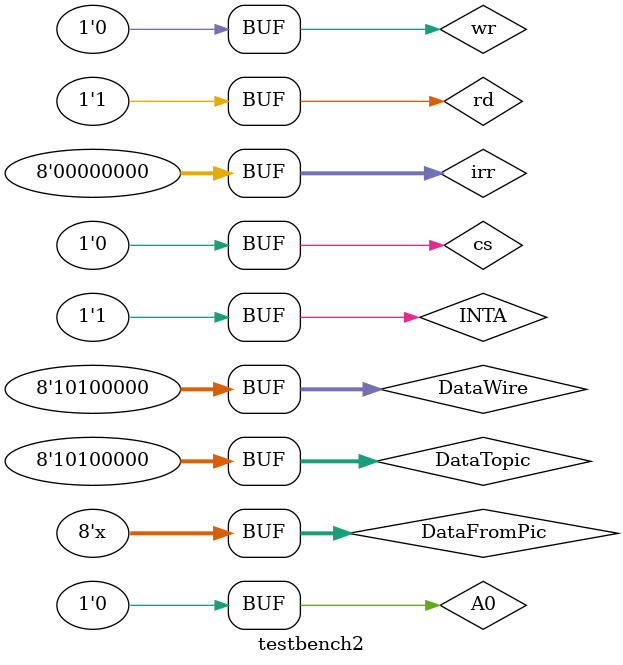
<source format=v>


 /*
   #################################################################################
   TEST 1 no icw3(no casc) , automatic ,fully  nested , skip ocw2 ,read mask ,read irr
   ###################################################################################
   */
module testbench1();
   reg [7:0] DataTopic,DataFromPic,irr;
   reg rd ,wr,A0,cs,En,INTA;
   wire INT;
   wire[7:0]DataWire;

   always @(DataWire)begin
      if(wr ==1)
      DataFromPic = DataWire;
   end

   assign DataWire = (wr ==0 && cs ==0)? DataTopic : 'bzzzzzzzz;

  
    initial begin
         $monitor("INOUT: DataWire:%b\nINPUT:    DataIn:%b ,irr:%b ,rd:%b,wr:%b ,cs:%b, A0:%b \nOUTPUT:    DataOut:%b ,INT:%b\n",DataWire,DataTopic,irr,rd, wr,cs, A0,DataFromPic , INT);
        INTA = 1 ; 
        irr= 0;
        wr<=1 ;
        cs <=1;
        rd <=1;
        // sendtopiccc = 'b10;
        
        #100//send icw1 (no icw3 bas fih icw4 )
        $display("\nsend icw1 with level sensing mode &single mode:");
        DataTopic <= 'b0000011011;
        wr<=0 ;
        cs <=0;
        A0 <=0;

        //icw2 for the data vector and will concatenate 01010 with the number of 
        
        #100   
        
        wr=1 ;
        cs =1;
    
        #100
        $display("\nsend icw2(for the data vector and will concatenate 01110 with the number of bit)");
        wr<=0 ;
        cs <=0;
        A0 <=1;
        DataTopic <= 'b01110101;

        #100
         wr<=1 ;
        cs <=1;
       

         #100 //icw4 (auto)
        $display("\nsend icw4 with automatic mode:");
        DataTopic <= 'b00000010;
        wr<=0 ;
        cs <=0;
        A0 <=1;
        
        #100   
        wr<=1 ;
        cs <=1;

        #100  //ocw1 set mask  (bit 1,6,7 ignored)
        $display("\nSend ocw1 to set mask :(ignoring irr[1]&irr[6]&irr[7])");
        wr<=0 ;
        cs <=0;
        A0 <=1;
        DataTopic <= 'b11000010;

         #100
         wr<=1 ;
        cs <=1;

 
        
        #100  //ocw3 
        $display("\n OCW3 : to read irr when read signal comes:");
        wr<=0 ;
        cs <=0;
        A0 <=0;
        DataTopic <= 'b00001010;
        

         #100
         $display("\nsend impulses from i/o devices :");
         wr<=1 ;
         cs <=1;
         irr <= 'b10010110;
        #100
        irr <= 0;

        #100
        $display("\nsend read signal with A0 = 0 & RR_RIS = 10 .so it will send the irr to the cpu");
         cs <=0;
         rd<=0;

         #100
         cs <=1;
         rd<=1;

        //impulse1
         #100
         $display("\nimpulse 1 came:");
         INTA = 0;
         #100
         INTA = 1 ;


         
        #100
        $display("\nsend read signal with A0 = 0 & RR_RIS = 10 .so it will send the irr to the cpu after sending impulse1 and updating inner irr reg : ");
         cs <=0;
         rd<=0;

         #100
         cs <=1;
         rd<=1;
       
        //impulse 2
         #100
        $display("\nimpulse 2 came: so the vector of service routiene should be sent as an output  ");
         INTA = 0;
         #100
         INTA = 1 ;

          //impulse1
         #100
         $display("\nimpulse 1 came:");
         INTA = 0;
         #100
         INTA = 1 ;


         
        #100
        $display("\nsend read signal with A0 = 0 & RR_RIS = 10 .so it will send the IRR register after being updated to the cpu ");
         cs <=0;
         rd<=0;

         #100
         cs <=1;
         rd<=1;
       
        //impulse 2
         #100
        $display("\nimpulse 2 came: so the vector of service routiene should be sent as an output  ");
         INTA = 0;
         #100
         INTA = 1 ;
         

        #100 
        $display("send read signal to show the mask "); 
        A0<=1;
        cs <=0;
        rd<=0;
         
     end
   
   PIC pic1(,,DataWire,rd ,wr,A0,cs,En,INTA,irr,INT);

 
endmodule

/*
   #################################################################################
   TEST 2 no icw1(no casc , no icw3 ,no icw4) , not auto  ,rotational ,read isr
   ###################################################################################
   */
module testbench2();
   reg [7:0] DataTopic,DataFromPic,irr;
   reg rd ,wr,A0,cs,En,INTA;
   wire INT;
   wire[7:0]DataWire;

   always @(DataWire)begin
      if(wr ==1)
      DataFromPic = DataWire;
   end

   assign DataWire = (wr ==0 && cs ==0)? DataTopic : 'bzzzzzzzz;

    
   initial begin 
     $monitor("INOUT: DataWire:%b\nINPUT:    DataIn:%b ,irr:%b ,rd:%b,wr:%b ,cs:%b, A0:%b \nOUTPUT:    DataOut:%b ,INT:%b\n",DataWire,DataTopic,irr,rd, wr,cs, A0,DataFromPic,INT);
        INTA = 1 ; 
        irr= 0;
        wr<=1 ;
        cs <=1;
        rd <=1;
        
        #100//send icw1 (no icw3 bas fih icw4 )
        $display("\nsend icw1 with level sensing mode &single mode:");
        DataTopic <= 'b0000011010;
        wr<=0 ;
        cs <=0;
        A0 <=0;

          //icw2 for the data vector and will concatenate 01010 with the number of 
        
        #100   
        
        wr=1 ;
        cs =1;

        #100
        $display("\nsend icw2(for the data vector and will concatenate 01110 with the number of bit)");
        wr<=0 ;
        cs <=0;
        A0 <=1;
        DataTopic <= 'b01110101;

        #100
         wr<=1 ;
        cs <=1;
 

        #100  //ocw1 set mask  (no masks )
        $display("\nSend ocw1 to set mask :(no masks)");
        wr<=0 ;
        cs <=0;
        A0 <=1;
        DataTopic <= 'b00000000;

         #100
         wr<=1 ;
        cs <=1;
      //   Datain <= 'bxxxxxxxx;

 
        
        #100  //ocw3 
        $display("\n OCW3 : to read isr when read signal comes:where RR_RIS =11 to read isr");
        wr<=0 ;
        cs <=0;
        A0 <=0;
        DataTopic <= 'b00001011;

         #100
         wr<=1 ;
        cs <=1;
      //   Datain <= 'bxxxxxxxx;

 
        
        #100  //ocw2
        $display("\n OCW2 : to allow the automatic rotating priority mode ");
        wr<=0 ;
        cs <=0;
        A0 <=0;
        DataTopic <= 'b10000000;
         #100
        wr<=1 ;
        cs <=1;
        irr<= 8'b00010010;
      //   Datain <= 'bxxxxxxxx;

        //impulse1
         #100
         $display("\nimpulse 1 came:");
         irr=0;
         INTA = 0;
         #100
         INTA = 1 ;

           
        //impulse 2
         #100
        $display("\nimpulse 2 came: so the vector of service routiene should be sent as an output  ");
         INTA = 0;

         #100
         INTA = 1 ;
         $display("\nsend read signal .so it will send the ISR to make sure that the isr and the IRR\nhaven't changed AND WAIT FOR OCW2");
         cs <=0;
         rd<=0;
         #100
         cs <=1;
         rd<=1;

         #100  //ocw2 3ashan ne2fel el interupt
        $display("\n OCW2 :to end the interrupt ");
        wr<=0 ;
        cs <=0;
        A0 <=0;
        DataTopic <= 'b10100000;
         #100
        wr<=1 ;
        cs <=1;
      //   Datain <= 'bxxxxxxxx;

         #100
         $display("\nsend read signal .to read ISR after sending ocw2 to end the interupt");
         cs <=0;
         rd<=0;
         #100
         cs <=1;
         rd<=1;
         
         #100
         $display("\nupdate irr by sending impulse at irr[0],to test the priority of the rotating mode(this bit will have a low priority)");
         irr=1;
         #100 
         irr = 0;

        //impulse1
         #100
         $display("\nimpulse 1 came:");
         irr=0;
         INTA = 0;
         #100
         INTA = 1 ;

           
        //impulse 2
         #100
        $display("\nimpulse 2 came: so the vector of service routiene should be sent as an output  ");
         INTA = 0;

         #100
         INTA = 1 ;
         $display("\nsend read signal .so it will send the ISR to make sure that the isr and the IRR\nhaven't changed AND WAIT FOR OCW2");
         cs <=0;
         rd<=0;

         #100
        cs <=1;
         rd<=1;
        #100  //ocw2 3ashan ne2fel el interupt
        $display("\n OCW2 :to end the interrupt ");
        wr<=0 ;
        cs <=0;
        A0 <=0;
         DataTopic <= 'b10100000;
   end

   PIC pic2(,,DataWire,rd ,wr,A0,cs,En,INTA,irr,INT);

endmodule
</source>
